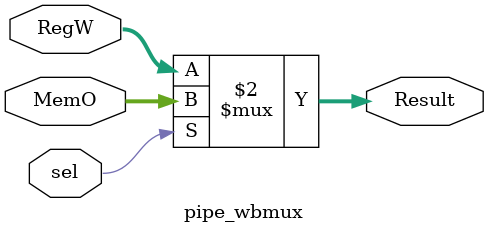
<source format=v>
module pipe_wbmux(sel,RegW,MemO,Result);
	input 			sel;
	input[31:0]		RegW;
	input[31:0]		MemO;

	output[31:0]	Result;

	assign Result=(sel==0)?RegW:MemO;
	
endmodule
</source>
